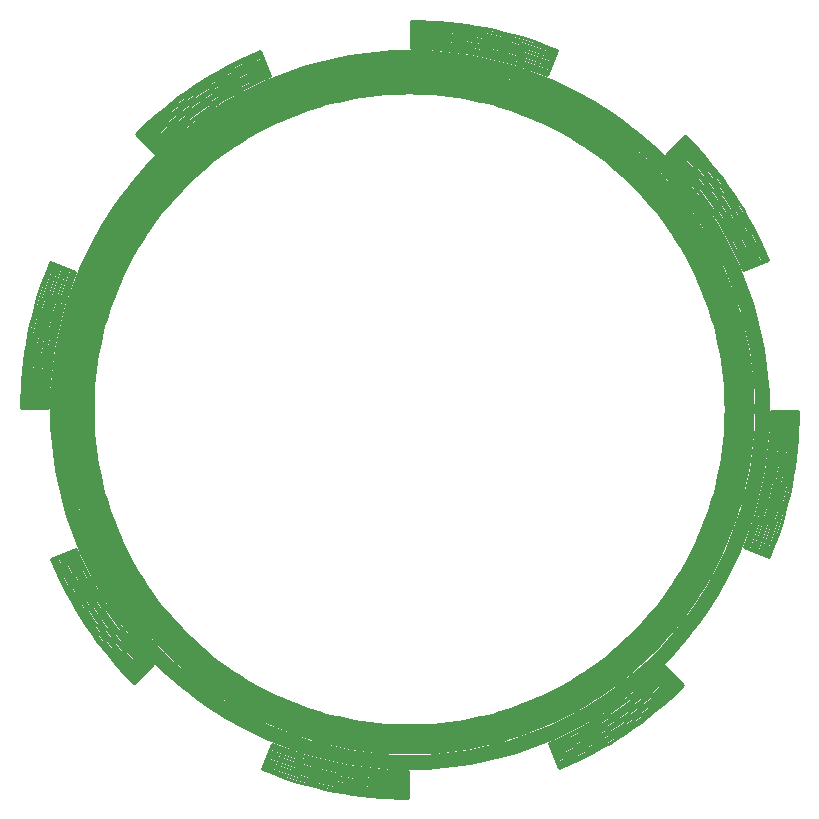
<source format=gtl>
G75*
%MOIN*%
%OFA0B0*%
%FSLAX25Y25*%
%IPPOS*%
%LPD*%
%AMOC8*
5,1,8,0,0,1.08239X$1,22.5*
%
%ADD10C,0.10000*%
%ADD11C,0.05000*%
%ADD12C,0.01000*%
D10*
X0076250Y0186250D02*
X0076283Y0188950D01*
X0076382Y0191647D01*
X0076548Y0194342D01*
X0076780Y0197032D01*
X0077077Y0199715D01*
X0077441Y0202390D01*
X0077869Y0205056D01*
X0078364Y0207710D01*
X0078923Y0210351D01*
X0079547Y0212978D01*
X0080235Y0215588D01*
X0080987Y0218181D01*
X0081802Y0220755D01*
X0082680Y0223308D01*
X0083621Y0225838D01*
X0084623Y0228345D01*
X0085687Y0230827D01*
X0086811Y0233281D01*
X0087995Y0235707D01*
X0089239Y0238104D01*
X0090540Y0240469D01*
X0091900Y0242801D01*
X0093316Y0245100D01*
X0094788Y0247363D01*
X0096316Y0249589D01*
X0097897Y0251777D01*
X0099532Y0253925D01*
X0101219Y0256033D01*
X0102957Y0258099D01*
X0104745Y0260121D01*
X0106583Y0262099D01*
X0108468Y0264032D01*
X0110401Y0265917D01*
X0112379Y0267755D01*
X0114401Y0269543D01*
X0116467Y0271281D01*
X0118575Y0272968D01*
X0120723Y0274603D01*
X0122911Y0276184D01*
X0125137Y0277712D01*
X0127400Y0279184D01*
X0129699Y0280600D01*
X0132031Y0281960D01*
X0134396Y0283261D01*
X0136793Y0284505D01*
X0139219Y0285689D01*
X0141673Y0286813D01*
X0144155Y0287877D01*
X0146662Y0288879D01*
X0149192Y0289820D01*
X0151745Y0290698D01*
X0154319Y0291513D01*
X0156912Y0292265D01*
X0159522Y0292953D01*
X0162149Y0293577D01*
X0164790Y0294136D01*
X0167444Y0294631D01*
X0170110Y0295059D01*
X0172785Y0295423D01*
X0175468Y0295720D01*
X0178158Y0295952D01*
X0180853Y0296118D01*
X0183550Y0296217D01*
X0186250Y0296250D01*
X0188950Y0296217D01*
X0191647Y0296118D01*
X0194342Y0295952D01*
X0197032Y0295720D01*
X0199715Y0295423D01*
X0202390Y0295059D01*
X0205056Y0294631D01*
X0207710Y0294136D01*
X0210351Y0293577D01*
X0212978Y0292953D01*
X0215588Y0292265D01*
X0218181Y0291513D01*
X0220755Y0290698D01*
X0223308Y0289820D01*
X0225838Y0288879D01*
X0228345Y0287877D01*
X0230827Y0286813D01*
X0233281Y0285689D01*
X0235707Y0284505D01*
X0238104Y0283261D01*
X0240469Y0281960D01*
X0242801Y0280600D01*
X0245100Y0279184D01*
X0247363Y0277712D01*
X0249589Y0276184D01*
X0251777Y0274603D01*
X0253925Y0272968D01*
X0256033Y0271281D01*
X0258099Y0269543D01*
X0260121Y0267755D01*
X0262099Y0265917D01*
X0264032Y0264032D01*
X0265917Y0262099D01*
X0267755Y0260121D01*
X0269543Y0258099D01*
X0271281Y0256033D01*
X0272968Y0253925D01*
X0274603Y0251777D01*
X0276184Y0249589D01*
X0277712Y0247363D01*
X0279184Y0245100D01*
X0280600Y0242801D01*
X0281960Y0240469D01*
X0283261Y0238104D01*
X0284505Y0235707D01*
X0285689Y0233281D01*
X0286813Y0230827D01*
X0287877Y0228345D01*
X0288879Y0225838D01*
X0289820Y0223308D01*
X0290698Y0220755D01*
X0291513Y0218181D01*
X0292265Y0215588D01*
X0292953Y0212978D01*
X0293577Y0210351D01*
X0294136Y0207710D01*
X0294631Y0205056D01*
X0295059Y0202390D01*
X0295423Y0199715D01*
X0295720Y0197032D01*
X0295952Y0194342D01*
X0296118Y0191647D01*
X0296217Y0188950D01*
X0296250Y0186250D01*
X0296217Y0183550D01*
X0296118Y0180853D01*
X0295952Y0178158D01*
X0295720Y0175468D01*
X0295423Y0172785D01*
X0295059Y0170110D01*
X0294631Y0167444D01*
X0294136Y0164790D01*
X0293577Y0162149D01*
X0292953Y0159522D01*
X0292265Y0156912D01*
X0291513Y0154319D01*
X0290698Y0151745D01*
X0289820Y0149192D01*
X0288879Y0146662D01*
X0287877Y0144155D01*
X0286813Y0141673D01*
X0285689Y0139219D01*
X0284505Y0136793D01*
X0283261Y0134396D01*
X0281960Y0132031D01*
X0280600Y0129699D01*
X0279184Y0127400D01*
X0277712Y0125137D01*
X0276184Y0122911D01*
X0274603Y0120723D01*
X0272968Y0118575D01*
X0271281Y0116467D01*
X0269543Y0114401D01*
X0267755Y0112379D01*
X0265917Y0110401D01*
X0264032Y0108468D01*
X0262099Y0106583D01*
X0260121Y0104745D01*
X0258099Y0102957D01*
X0256033Y0101219D01*
X0253925Y0099532D01*
X0251777Y0097897D01*
X0249589Y0096316D01*
X0247363Y0094788D01*
X0245100Y0093316D01*
X0242801Y0091900D01*
X0240469Y0090540D01*
X0238104Y0089239D01*
X0235707Y0087995D01*
X0233281Y0086811D01*
X0230827Y0085687D01*
X0228345Y0084623D01*
X0225838Y0083621D01*
X0223308Y0082680D01*
X0220755Y0081802D01*
X0218181Y0080987D01*
X0215588Y0080235D01*
X0212978Y0079547D01*
X0210351Y0078923D01*
X0207710Y0078364D01*
X0205056Y0077869D01*
X0202390Y0077441D01*
X0199715Y0077077D01*
X0197032Y0076780D01*
X0194342Y0076548D01*
X0191647Y0076382D01*
X0188950Y0076283D01*
X0186250Y0076250D01*
X0183550Y0076283D01*
X0180853Y0076382D01*
X0178158Y0076548D01*
X0175468Y0076780D01*
X0172785Y0077077D01*
X0170110Y0077441D01*
X0167444Y0077869D01*
X0164790Y0078364D01*
X0162149Y0078923D01*
X0159522Y0079547D01*
X0156912Y0080235D01*
X0154319Y0080987D01*
X0151745Y0081802D01*
X0149192Y0082680D01*
X0146662Y0083621D01*
X0144155Y0084623D01*
X0141673Y0085687D01*
X0139219Y0086811D01*
X0136793Y0087995D01*
X0134396Y0089239D01*
X0132031Y0090540D01*
X0129699Y0091900D01*
X0127400Y0093316D01*
X0125137Y0094788D01*
X0122911Y0096316D01*
X0120723Y0097897D01*
X0118575Y0099532D01*
X0116467Y0101219D01*
X0114401Y0102957D01*
X0112379Y0104745D01*
X0110401Y0106583D01*
X0108468Y0108468D01*
X0106583Y0110401D01*
X0104745Y0112379D01*
X0102957Y0114401D01*
X0101219Y0116467D01*
X0099532Y0118575D01*
X0097897Y0120723D01*
X0096316Y0122911D01*
X0094788Y0125137D01*
X0093316Y0127400D01*
X0091900Y0129699D01*
X0090540Y0132031D01*
X0089239Y0134396D01*
X0087995Y0136793D01*
X0086811Y0139219D01*
X0085687Y0141673D01*
X0084623Y0144155D01*
X0083621Y0146662D01*
X0082680Y0149192D01*
X0081802Y0151745D01*
X0080987Y0154319D01*
X0080235Y0156912D01*
X0079547Y0159522D01*
X0078923Y0162149D01*
X0078364Y0164790D01*
X0077869Y0167444D01*
X0077441Y0170110D01*
X0077077Y0172785D01*
X0076780Y0175468D01*
X0076548Y0178158D01*
X0076382Y0180853D01*
X0076283Y0183550D01*
X0076250Y0186250D01*
D11*
X0068750Y0186250D02*
X0068785Y0189134D01*
X0068892Y0192015D01*
X0069068Y0194894D01*
X0069316Y0197767D01*
X0069634Y0200633D01*
X0070022Y0203491D01*
X0070480Y0206338D01*
X0071008Y0209173D01*
X0071605Y0211994D01*
X0072271Y0214800D01*
X0073006Y0217589D01*
X0073810Y0220358D01*
X0074680Y0223108D01*
X0075619Y0225835D01*
X0076623Y0228538D01*
X0077694Y0231215D01*
X0078830Y0233866D01*
X0080031Y0236488D01*
X0081296Y0239079D01*
X0082624Y0241639D01*
X0084015Y0244166D01*
X0085467Y0246657D01*
X0086980Y0249112D01*
X0088552Y0251530D01*
X0090184Y0253907D01*
X0091873Y0256245D01*
X0093619Y0258540D01*
X0095421Y0260791D01*
X0097278Y0262998D01*
X0099188Y0265158D01*
X0101151Y0267271D01*
X0103165Y0269335D01*
X0105229Y0271349D01*
X0107342Y0273312D01*
X0109502Y0275222D01*
X0111709Y0277079D01*
X0113960Y0278881D01*
X0116255Y0280627D01*
X0118593Y0282316D01*
X0120970Y0283948D01*
X0123388Y0285520D01*
X0125843Y0287033D01*
X0128334Y0288485D01*
X0130861Y0289876D01*
X0133421Y0291204D01*
X0136012Y0292469D01*
X0138634Y0293670D01*
X0141285Y0294806D01*
X0143962Y0295877D01*
X0146665Y0296881D01*
X0149392Y0297820D01*
X0152142Y0298690D01*
X0154911Y0299494D01*
X0157700Y0300229D01*
X0160506Y0300895D01*
X0163327Y0301492D01*
X0166162Y0302020D01*
X0169009Y0302478D01*
X0171867Y0302866D01*
X0174733Y0303184D01*
X0177606Y0303432D01*
X0180485Y0303608D01*
X0183366Y0303715D01*
X0186250Y0303750D01*
X0189134Y0303715D01*
X0192015Y0303608D01*
X0194894Y0303432D01*
X0197767Y0303184D01*
X0200633Y0302866D01*
X0203491Y0302478D01*
X0206338Y0302020D01*
X0209173Y0301492D01*
X0211994Y0300895D01*
X0214800Y0300229D01*
X0217589Y0299494D01*
X0220358Y0298690D01*
X0223108Y0297820D01*
X0225835Y0296881D01*
X0228538Y0295877D01*
X0231215Y0294806D01*
X0233866Y0293670D01*
X0236488Y0292469D01*
X0239079Y0291204D01*
X0241639Y0289876D01*
X0244166Y0288485D01*
X0246657Y0287033D01*
X0249112Y0285520D01*
X0251530Y0283948D01*
X0253907Y0282316D01*
X0256245Y0280627D01*
X0258540Y0278881D01*
X0260791Y0277079D01*
X0262998Y0275222D01*
X0265158Y0273312D01*
X0267271Y0271349D01*
X0269335Y0269335D01*
X0271349Y0267271D01*
X0273312Y0265158D01*
X0275222Y0262998D01*
X0277079Y0260791D01*
X0278881Y0258540D01*
X0280627Y0256245D01*
X0282316Y0253907D01*
X0283948Y0251530D01*
X0285520Y0249112D01*
X0287033Y0246657D01*
X0288485Y0244166D01*
X0289876Y0241639D01*
X0291204Y0239079D01*
X0292469Y0236488D01*
X0293670Y0233866D01*
X0294806Y0231215D01*
X0295877Y0228538D01*
X0296881Y0225835D01*
X0297820Y0223108D01*
X0298690Y0220358D01*
X0299494Y0217589D01*
X0300229Y0214800D01*
X0300895Y0211994D01*
X0301492Y0209173D01*
X0302020Y0206338D01*
X0302478Y0203491D01*
X0302866Y0200633D01*
X0303184Y0197767D01*
X0303432Y0194894D01*
X0303608Y0192015D01*
X0303715Y0189134D01*
X0303750Y0186250D01*
X0303715Y0183366D01*
X0303608Y0180485D01*
X0303432Y0177606D01*
X0303184Y0174733D01*
X0302866Y0171867D01*
X0302478Y0169009D01*
X0302020Y0166162D01*
X0301492Y0163327D01*
X0300895Y0160506D01*
X0300229Y0157700D01*
X0299494Y0154911D01*
X0298690Y0152142D01*
X0297820Y0149392D01*
X0296881Y0146665D01*
X0295877Y0143962D01*
X0294806Y0141285D01*
X0293670Y0138634D01*
X0292469Y0136012D01*
X0291204Y0133421D01*
X0289876Y0130861D01*
X0288485Y0128334D01*
X0287033Y0125843D01*
X0285520Y0123388D01*
X0283948Y0120970D01*
X0282316Y0118593D01*
X0280627Y0116255D01*
X0278881Y0113960D01*
X0277079Y0111709D01*
X0275222Y0109502D01*
X0273312Y0107342D01*
X0271349Y0105229D01*
X0269335Y0103165D01*
X0267271Y0101151D01*
X0265158Y0099188D01*
X0262998Y0097278D01*
X0260791Y0095421D01*
X0258540Y0093619D01*
X0256245Y0091873D01*
X0253907Y0090184D01*
X0251530Y0088552D01*
X0249112Y0086980D01*
X0246657Y0085467D01*
X0244166Y0084015D01*
X0241639Y0082624D01*
X0239079Y0081296D01*
X0236488Y0080031D01*
X0233866Y0078830D01*
X0231215Y0077694D01*
X0228538Y0076623D01*
X0225835Y0075619D01*
X0223108Y0074680D01*
X0220358Y0073810D01*
X0217589Y0073006D01*
X0214800Y0072271D01*
X0211994Y0071605D01*
X0209173Y0071008D01*
X0206338Y0070480D01*
X0203491Y0070022D01*
X0200633Y0069634D01*
X0197767Y0069316D01*
X0194894Y0069068D01*
X0192015Y0068892D01*
X0189134Y0068785D01*
X0186250Y0068750D01*
X0183366Y0068785D01*
X0180485Y0068892D01*
X0177606Y0069068D01*
X0174733Y0069316D01*
X0171867Y0069634D01*
X0169009Y0070022D01*
X0166162Y0070480D01*
X0163327Y0071008D01*
X0160506Y0071605D01*
X0157700Y0072271D01*
X0154911Y0073006D01*
X0152142Y0073810D01*
X0149392Y0074680D01*
X0146665Y0075619D01*
X0143962Y0076623D01*
X0141285Y0077694D01*
X0138634Y0078830D01*
X0136012Y0080031D01*
X0133421Y0081296D01*
X0130861Y0082624D01*
X0128334Y0084015D01*
X0125843Y0085467D01*
X0123388Y0086980D01*
X0120970Y0088552D01*
X0118593Y0090184D01*
X0116255Y0091873D01*
X0113960Y0093619D01*
X0111709Y0095421D01*
X0109502Y0097278D01*
X0107342Y0099188D01*
X0105229Y0101151D01*
X0103165Y0103165D01*
X0101151Y0105229D01*
X0099188Y0107342D01*
X0097278Y0109502D01*
X0095421Y0111709D01*
X0093619Y0113960D01*
X0091873Y0116255D01*
X0090184Y0118593D01*
X0088552Y0120970D01*
X0086980Y0123388D01*
X0085467Y0125843D01*
X0084015Y0128334D01*
X0082624Y0130861D01*
X0081296Y0133421D01*
X0080031Y0136012D01*
X0078830Y0138634D01*
X0077694Y0141285D01*
X0076623Y0143962D01*
X0075619Y0146665D01*
X0074680Y0149392D01*
X0073810Y0152142D01*
X0073006Y0154911D01*
X0072271Y0157700D01*
X0071605Y0160506D01*
X0071008Y0163327D01*
X0070480Y0166162D01*
X0070022Y0169009D01*
X0069634Y0171867D01*
X0069316Y0174733D01*
X0069068Y0177606D01*
X0068892Y0180485D01*
X0068785Y0183366D01*
X0068750Y0186250D01*
D12*
X0236235Y0066745D02*
X0232788Y0075059D01*
X0232789Y0075058D02*
X0235448Y0076212D01*
X0238079Y0077429D01*
X0240679Y0078709D01*
X0243249Y0080051D01*
X0245785Y0081454D01*
X0248287Y0082918D01*
X0250752Y0084442D01*
X0253181Y0086025D01*
X0255571Y0087665D01*
X0257920Y0089363D01*
X0260228Y0091117D01*
X0262493Y0092925D01*
X0264714Y0094788D01*
X0266890Y0096703D01*
X0269019Y0098670D01*
X0271100Y0100688D01*
X0277468Y0094330D01*
X0277469Y0094329D01*
X0275230Y0092157D01*
X0272939Y0090039D01*
X0270598Y0087977D01*
X0268208Y0085972D01*
X0265770Y0084025D01*
X0263286Y0082137D01*
X0260757Y0080310D01*
X0258185Y0078544D01*
X0255572Y0076841D01*
X0252918Y0075201D01*
X0250225Y0073625D01*
X0247495Y0072115D01*
X0244729Y0070671D01*
X0241930Y0069294D01*
X0239098Y0067985D01*
X0236236Y0066745D01*
X0235872Y0067621D01*
X0238713Y0068853D01*
X0241524Y0070152D01*
X0244302Y0071519D01*
X0247047Y0072952D01*
X0249757Y0074451D01*
X0252429Y0076015D01*
X0255063Y0077642D01*
X0257658Y0079333D01*
X0260210Y0081086D01*
X0262720Y0082899D01*
X0265185Y0084773D01*
X0267605Y0086705D01*
X0269977Y0088695D01*
X0272301Y0090742D01*
X0274575Y0092844D01*
X0276797Y0095000D01*
X0276126Y0095670D01*
X0273920Y0093530D01*
X0271663Y0091444D01*
X0269357Y0089413D01*
X0267003Y0087438D01*
X0264601Y0085520D01*
X0262154Y0083661D01*
X0259663Y0081861D01*
X0257130Y0080122D01*
X0254555Y0078444D01*
X0251941Y0076828D01*
X0249288Y0075276D01*
X0246599Y0073789D01*
X0243875Y0072366D01*
X0241118Y0071010D01*
X0238328Y0069720D01*
X0235509Y0068498D01*
X0235145Y0069374D01*
X0237943Y0070587D01*
X0240712Y0071867D01*
X0243448Y0073214D01*
X0246152Y0074625D01*
X0248820Y0076102D01*
X0251453Y0077642D01*
X0254047Y0079245D01*
X0256602Y0080911D01*
X0259117Y0082637D01*
X0261589Y0084423D01*
X0264017Y0086268D01*
X0266400Y0088171D01*
X0268737Y0090131D01*
X0271025Y0092147D01*
X0273265Y0094217D01*
X0275454Y0096341D01*
X0274783Y0097011D01*
X0272610Y0094904D01*
X0270388Y0092850D01*
X0268116Y0090850D01*
X0265797Y0088905D01*
X0263432Y0087016D01*
X0261023Y0085185D01*
X0258570Y0083412D01*
X0256075Y0081699D01*
X0253539Y0080047D01*
X0250964Y0078456D01*
X0248352Y0076927D01*
X0245704Y0075462D01*
X0243021Y0074061D01*
X0240306Y0072725D01*
X0237559Y0071455D01*
X0234782Y0070251D01*
X0234418Y0071128D01*
X0237174Y0072322D01*
X0239899Y0073583D01*
X0242594Y0074909D01*
X0245256Y0076299D01*
X0247884Y0077753D01*
X0250476Y0079270D01*
X0253031Y0080848D01*
X0255547Y0082488D01*
X0258023Y0084188D01*
X0260457Y0085947D01*
X0262848Y0087764D01*
X0265195Y0089638D01*
X0267496Y0091568D01*
X0269750Y0093552D01*
X0271955Y0095591D01*
X0274111Y0097682D01*
X0273439Y0098352D01*
X0271300Y0096278D01*
X0269112Y0094255D01*
X0266876Y0092286D01*
X0264592Y0090371D01*
X0262264Y0088512D01*
X0259891Y0086709D01*
X0257476Y0084963D01*
X0255019Y0083277D01*
X0252523Y0081650D01*
X0249988Y0080083D01*
X0247416Y0078578D01*
X0244808Y0077136D01*
X0242167Y0075756D01*
X0239493Y0074441D01*
X0236789Y0073190D01*
X0234055Y0072004D01*
X0233691Y0072881D01*
X0236404Y0074057D01*
X0239087Y0075298D01*
X0241740Y0076604D01*
X0244361Y0077972D01*
X0246948Y0079404D01*
X0249499Y0080897D01*
X0252015Y0082451D01*
X0254492Y0084066D01*
X0256929Y0085739D01*
X0259325Y0087471D01*
X0261679Y0089259D01*
X0263990Y0091104D01*
X0266255Y0093004D01*
X0268474Y0094958D01*
X0270645Y0096965D01*
X0272768Y0099023D01*
X0272096Y0099693D01*
X0269991Y0097651D01*
X0267836Y0095661D01*
X0265635Y0093722D01*
X0263387Y0091837D01*
X0261095Y0090007D01*
X0258760Y0088232D01*
X0256382Y0086515D01*
X0253964Y0084854D01*
X0251506Y0083253D01*
X0249011Y0081711D01*
X0246480Y0080229D01*
X0243913Y0078809D01*
X0241313Y0077451D01*
X0238681Y0076156D01*
X0236019Y0074925D01*
X0233328Y0073758D01*
X0232964Y0074634D01*
X0235634Y0075792D01*
X0238275Y0077014D01*
X0240886Y0078299D01*
X0243465Y0079646D01*
X0246011Y0081055D01*
X0248523Y0082525D01*
X0250998Y0084054D01*
X0253436Y0085643D01*
X0255835Y0087290D01*
X0258194Y0088994D01*
X0260511Y0090755D01*
X0262785Y0092571D01*
X0265014Y0094440D01*
X0267199Y0096363D01*
X0269336Y0098338D01*
X0271425Y0100364D01*
X0305755Y0236235D02*
X0297441Y0232788D01*
X0297442Y0232789D02*
X0296288Y0235448D01*
X0295071Y0238079D01*
X0293791Y0240679D01*
X0292449Y0243249D01*
X0291046Y0245785D01*
X0289582Y0248287D01*
X0288058Y0250752D01*
X0286475Y0253181D01*
X0284835Y0255571D01*
X0283137Y0257920D01*
X0281383Y0260228D01*
X0279575Y0262493D01*
X0277712Y0264714D01*
X0275797Y0266890D01*
X0273830Y0269019D01*
X0271812Y0271100D01*
X0278170Y0277468D01*
X0278171Y0277469D01*
X0280343Y0275230D01*
X0282461Y0272939D01*
X0284523Y0270598D01*
X0286528Y0268208D01*
X0288475Y0265770D01*
X0290363Y0263286D01*
X0292190Y0260757D01*
X0293956Y0258185D01*
X0295659Y0255572D01*
X0297299Y0252918D01*
X0298875Y0250225D01*
X0300385Y0247495D01*
X0301829Y0244729D01*
X0303206Y0241930D01*
X0304515Y0239098D01*
X0305755Y0236236D01*
X0304879Y0235872D01*
X0303647Y0238713D01*
X0302348Y0241524D01*
X0300981Y0244302D01*
X0299548Y0247047D01*
X0298049Y0249757D01*
X0296485Y0252429D01*
X0294858Y0255063D01*
X0293167Y0257658D01*
X0291414Y0260210D01*
X0289601Y0262720D01*
X0287727Y0265185D01*
X0285795Y0267605D01*
X0283805Y0269977D01*
X0281758Y0272301D01*
X0279656Y0274575D01*
X0277500Y0276797D01*
X0276830Y0276126D01*
X0278970Y0273920D01*
X0281056Y0271663D01*
X0283087Y0269357D01*
X0285062Y0267003D01*
X0286980Y0264601D01*
X0288839Y0262154D01*
X0290639Y0259663D01*
X0292378Y0257130D01*
X0294056Y0254555D01*
X0295672Y0251941D01*
X0297224Y0249288D01*
X0298711Y0246599D01*
X0300134Y0243875D01*
X0301490Y0241118D01*
X0302780Y0238328D01*
X0304002Y0235509D01*
X0303126Y0235145D01*
X0301913Y0237943D01*
X0300633Y0240712D01*
X0299286Y0243448D01*
X0297875Y0246152D01*
X0296398Y0248820D01*
X0294858Y0251453D01*
X0293255Y0254047D01*
X0291589Y0256602D01*
X0289863Y0259117D01*
X0288077Y0261589D01*
X0286232Y0264017D01*
X0284329Y0266400D01*
X0282369Y0268737D01*
X0280353Y0271025D01*
X0278283Y0273265D01*
X0276159Y0275454D01*
X0275489Y0274783D01*
X0277596Y0272610D01*
X0279650Y0270388D01*
X0281650Y0268116D01*
X0283595Y0265797D01*
X0285484Y0263432D01*
X0287315Y0261023D01*
X0289088Y0258570D01*
X0290801Y0256075D01*
X0292453Y0253539D01*
X0294044Y0250964D01*
X0295573Y0248352D01*
X0297038Y0245704D01*
X0298439Y0243021D01*
X0299775Y0240306D01*
X0301045Y0237559D01*
X0302249Y0234782D01*
X0301372Y0234418D01*
X0300178Y0237174D01*
X0298917Y0239899D01*
X0297591Y0242594D01*
X0296201Y0245256D01*
X0294747Y0247884D01*
X0293230Y0250476D01*
X0291652Y0253031D01*
X0290012Y0255547D01*
X0288312Y0258023D01*
X0286553Y0260457D01*
X0284736Y0262848D01*
X0282862Y0265195D01*
X0280932Y0267496D01*
X0278948Y0269750D01*
X0276909Y0271955D01*
X0274818Y0274111D01*
X0274148Y0273439D01*
X0276222Y0271300D01*
X0278245Y0269112D01*
X0280214Y0266876D01*
X0282129Y0264592D01*
X0283988Y0262264D01*
X0285791Y0259891D01*
X0287537Y0257476D01*
X0289223Y0255019D01*
X0290850Y0252523D01*
X0292417Y0249988D01*
X0293922Y0247416D01*
X0295364Y0244808D01*
X0296744Y0242167D01*
X0298059Y0239493D01*
X0299310Y0236789D01*
X0300496Y0234055D01*
X0299619Y0233691D01*
X0298443Y0236404D01*
X0297202Y0239087D01*
X0295896Y0241740D01*
X0294528Y0244361D01*
X0293096Y0246948D01*
X0291603Y0249499D01*
X0290049Y0252015D01*
X0288434Y0254492D01*
X0286761Y0256929D01*
X0285029Y0259325D01*
X0283241Y0261679D01*
X0281396Y0263990D01*
X0279496Y0266255D01*
X0277542Y0268474D01*
X0275535Y0270645D01*
X0273477Y0272768D01*
X0272807Y0272096D01*
X0274849Y0269991D01*
X0276839Y0267836D01*
X0278778Y0265635D01*
X0280663Y0263387D01*
X0282493Y0261095D01*
X0284268Y0258760D01*
X0285985Y0256382D01*
X0287646Y0253964D01*
X0289247Y0251506D01*
X0290789Y0249011D01*
X0292271Y0246480D01*
X0293691Y0243913D01*
X0295049Y0241313D01*
X0296344Y0238681D01*
X0297575Y0236019D01*
X0298742Y0233328D01*
X0297866Y0232964D01*
X0296708Y0235634D01*
X0295486Y0238275D01*
X0294201Y0240886D01*
X0292854Y0243465D01*
X0291445Y0246011D01*
X0289975Y0248523D01*
X0288446Y0250998D01*
X0286857Y0253436D01*
X0285210Y0255835D01*
X0283506Y0258194D01*
X0281745Y0260511D01*
X0279929Y0262785D01*
X0278060Y0265014D01*
X0276137Y0267199D01*
X0274162Y0269336D01*
X0272136Y0271425D01*
X0136265Y0305755D02*
X0139712Y0297441D01*
X0139711Y0297442D02*
X0137052Y0296288D01*
X0134421Y0295071D01*
X0131821Y0293791D01*
X0129251Y0292449D01*
X0126715Y0291046D01*
X0124213Y0289582D01*
X0121748Y0288058D01*
X0119319Y0286475D01*
X0116929Y0284835D01*
X0114580Y0283137D01*
X0112272Y0281383D01*
X0110007Y0279575D01*
X0107786Y0277712D01*
X0105610Y0275797D01*
X0103481Y0273830D01*
X0101400Y0271812D01*
X0095032Y0278170D01*
X0095031Y0278171D01*
X0097270Y0280343D01*
X0099561Y0282461D01*
X0101902Y0284523D01*
X0104292Y0286528D01*
X0106730Y0288475D01*
X0109214Y0290363D01*
X0111743Y0292190D01*
X0114315Y0293956D01*
X0116928Y0295659D01*
X0119582Y0297299D01*
X0122275Y0298875D01*
X0125005Y0300385D01*
X0127771Y0301829D01*
X0130570Y0303206D01*
X0133402Y0304515D01*
X0136264Y0305755D01*
X0136628Y0304879D01*
X0133787Y0303647D01*
X0130976Y0302348D01*
X0128198Y0300981D01*
X0125453Y0299548D01*
X0122743Y0298049D01*
X0120071Y0296485D01*
X0117437Y0294858D01*
X0114842Y0293167D01*
X0112290Y0291414D01*
X0109780Y0289601D01*
X0107315Y0287727D01*
X0104895Y0285795D01*
X0102523Y0283805D01*
X0100199Y0281758D01*
X0097925Y0279656D01*
X0095703Y0277500D01*
X0096374Y0276830D01*
X0098580Y0278970D01*
X0100837Y0281056D01*
X0103143Y0283087D01*
X0105497Y0285062D01*
X0107899Y0286980D01*
X0110346Y0288839D01*
X0112837Y0290639D01*
X0115370Y0292378D01*
X0117945Y0294056D01*
X0120559Y0295672D01*
X0123212Y0297224D01*
X0125901Y0298711D01*
X0128625Y0300134D01*
X0131382Y0301490D01*
X0134172Y0302780D01*
X0136991Y0304002D01*
X0137355Y0303126D01*
X0134557Y0301913D01*
X0131788Y0300633D01*
X0129052Y0299286D01*
X0126348Y0297875D01*
X0123680Y0296398D01*
X0121047Y0294858D01*
X0118453Y0293255D01*
X0115898Y0291589D01*
X0113383Y0289863D01*
X0110911Y0288077D01*
X0108483Y0286232D01*
X0106100Y0284329D01*
X0103763Y0282369D01*
X0101475Y0280353D01*
X0099235Y0278283D01*
X0097046Y0276159D01*
X0097717Y0275489D01*
X0099890Y0277596D01*
X0102112Y0279650D01*
X0104384Y0281650D01*
X0106703Y0283595D01*
X0109068Y0285484D01*
X0111477Y0287315D01*
X0113930Y0289088D01*
X0116425Y0290801D01*
X0118961Y0292453D01*
X0121536Y0294044D01*
X0124148Y0295573D01*
X0126796Y0297038D01*
X0129479Y0298439D01*
X0132194Y0299775D01*
X0134941Y0301045D01*
X0137718Y0302249D01*
X0138082Y0301372D01*
X0135326Y0300178D01*
X0132601Y0298917D01*
X0129906Y0297591D01*
X0127244Y0296201D01*
X0124616Y0294747D01*
X0122024Y0293230D01*
X0119469Y0291652D01*
X0116953Y0290012D01*
X0114477Y0288312D01*
X0112043Y0286553D01*
X0109652Y0284736D01*
X0107305Y0282862D01*
X0105004Y0280932D01*
X0102750Y0278948D01*
X0100545Y0276909D01*
X0098389Y0274818D01*
X0099061Y0274148D01*
X0101200Y0276222D01*
X0103388Y0278245D01*
X0105624Y0280214D01*
X0107908Y0282129D01*
X0110236Y0283988D01*
X0112609Y0285791D01*
X0115024Y0287537D01*
X0117481Y0289223D01*
X0119977Y0290850D01*
X0122512Y0292417D01*
X0125084Y0293922D01*
X0127692Y0295364D01*
X0130333Y0296744D01*
X0133007Y0298059D01*
X0135711Y0299310D01*
X0138445Y0300496D01*
X0138809Y0299619D01*
X0136096Y0298443D01*
X0133413Y0297202D01*
X0130760Y0295896D01*
X0128139Y0294528D01*
X0125552Y0293096D01*
X0123001Y0291603D01*
X0120485Y0290049D01*
X0118008Y0288434D01*
X0115571Y0286761D01*
X0113175Y0285029D01*
X0110821Y0283241D01*
X0108510Y0281396D01*
X0106245Y0279496D01*
X0104026Y0277542D01*
X0101855Y0275535D01*
X0099732Y0273477D01*
X0100404Y0272807D01*
X0102509Y0274849D01*
X0104664Y0276839D01*
X0106865Y0278778D01*
X0109113Y0280663D01*
X0111405Y0282493D01*
X0113740Y0284268D01*
X0116118Y0285985D01*
X0118536Y0287646D01*
X0120994Y0289247D01*
X0123489Y0290789D01*
X0126020Y0292271D01*
X0128587Y0293691D01*
X0131187Y0295049D01*
X0133819Y0296344D01*
X0136481Y0297575D01*
X0139172Y0298742D01*
X0139536Y0297866D01*
X0136866Y0296708D01*
X0134225Y0295486D01*
X0131614Y0294201D01*
X0129035Y0292854D01*
X0126489Y0291445D01*
X0123977Y0289975D01*
X0121502Y0288446D01*
X0119064Y0286857D01*
X0116665Y0285210D01*
X0114306Y0283506D01*
X0111989Y0281745D01*
X0109715Y0279929D01*
X0107486Y0278060D01*
X0105301Y0276137D01*
X0103164Y0274162D01*
X0101075Y0272136D01*
X0066745Y0136265D02*
X0075059Y0139712D01*
X0075058Y0139711D02*
X0076212Y0137052D01*
X0077429Y0134421D01*
X0078709Y0131821D01*
X0080051Y0129251D01*
X0081454Y0126715D01*
X0082918Y0124213D01*
X0084442Y0121748D01*
X0086025Y0119319D01*
X0087665Y0116929D01*
X0089363Y0114580D01*
X0091117Y0112272D01*
X0092925Y0110007D01*
X0094788Y0107786D01*
X0096703Y0105610D01*
X0098670Y0103481D01*
X0100688Y0101400D01*
X0094330Y0095032D01*
X0094329Y0095031D01*
X0092157Y0097270D01*
X0090039Y0099561D01*
X0087977Y0101902D01*
X0085972Y0104292D01*
X0084025Y0106730D01*
X0082137Y0109214D01*
X0080310Y0111743D01*
X0078544Y0114315D01*
X0076841Y0116928D01*
X0075201Y0119582D01*
X0073625Y0122275D01*
X0072115Y0125005D01*
X0070671Y0127771D01*
X0069294Y0130570D01*
X0067985Y0133402D01*
X0066745Y0136264D01*
X0067621Y0136628D01*
X0068853Y0133787D01*
X0070152Y0130976D01*
X0071519Y0128198D01*
X0072952Y0125453D01*
X0074451Y0122743D01*
X0076015Y0120071D01*
X0077642Y0117437D01*
X0079333Y0114842D01*
X0081086Y0112290D01*
X0082899Y0109780D01*
X0084773Y0107315D01*
X0086705Y0104895D01*
X0088695Y0102523D01*
X0090742Y0100199D01*
X0092844Y0097925D01*
X0095000Y0095703D01*
X0095670Y0096374D01*
X0093530Y0098580D01*
X0091444Y0100837D01*
X0089413Y0103143D01*
X0087438Y0105497D01*
X0085520Y0107899D01*
X0083661Y0110346D01*
X0081861Y0112837D01*
X0080122Y0115370D01*
X0078444Y0117945D01*
X0076828Y0120559D01*
X0075276Y0123212D01*
X0073789Y0125901D01*
X0072366Y0128625D01*
X0071010Y0131382D01*
X0069720Y0134172D01*
X0068498Y0136991D01*
X0069374Y0137355D01*
X0070587Y0134557D01*
X0071867Y0131788D01*
X0073214Y0129052D01*
X0074625Y0126348D01*
X0076102Y0123680D01*
X0077642Y0121047D01*
X0079245Y0118453D01*
X0080911Y0115898D01*
X0082637Y0113383D01*
X0084423Y0110911D01*
X0086268Y0108483D01*
X0088171Y0106100D01*
X0090131Y0103763D01*
X0092147Y0101475D01*
X0094217Y0099235D01*
X0096341Y0097046D01*
X0097011Y0097717D01*
X0094904Y0099890D01*
X0092850Y0102112D01*
X0090850Y0104384D01*
X0088905Y0106703D01*
X0087016Y0109068D01*
X0085185Y0111477D01*
X0083412Y0113930D01*
X0081699Y0116425D01*
X0080047Y0118961D01*
X0078456Y0121536D01*
X0076927Y0124148D01*
X0075462Y0126796D01*
X0074061Y0129479D01*
X0072725Y0132194D01*
X0071455Y0134941D01*
X0070251Y0137718D01*
X0071128Y0138082D01*
X0072322Y0135326D01*
X0073583Y0132601D01*
X0074909Y0129906D01*
X0076299Y0127244D01*
X0077753Y0124616D01*
X0079270Y0122024D01*
X0080848Y0119469D01*
X0082488Y0116953D01*
X0084188Y0114477D01*
X0085947Y0112043D01*
X0087764Y0109652D01*
X0089638Y0107305D01*
X0091568Y0105004D01*
X0093552Y0102750D01*
X0095591Y0100545D01*
X0097682Y0098389D01*
X0098352Y0099061D01*
X0096278Y0101200D01*
X0094255Y0103388D01*
X0092286Y0105624D01*
X0090371Y0107908D01*
X0088512Y0110236D01*
X0086709Y0112609D01*
X0084963Y0115024D01*
X0083277Y0117481D01*
X0081650Y0119977D01*
X0080083Y0122512D01*
X0078578Y0125084D01*
X0077136Y0127692D01*
X0075756Y0130333D01*
X0074441Y0133007D01*
X0073190Y0135711D01*
X0072004Y0138445D01*
X0072881Y0138809D01*
X0074057Y0136096D01*
X0075298Y0133413D01*
X0076604Y0130760D01*
X0077972Y0128139D01*
X0079404Y0125552D01*
X0080897Y0123001D01*
X0082451Y0120485D01*
X0084066Y0118008D01*
X0085739Y0115571D01*
X0087471Y0113175D01*
X0089259Y0110821D01*
X0091104Y0108510D01*
X0093004Y0106245D01*
X0094958Y0104026D01*
X0096965Y0101855D01*
X0099023Y0099732D01*
X0099693Y0100404D01*
X0097651Y0102509D01*
X0095661Y0104664D01*
X0093722Y0106865D01*
X0091837Y0109113D01*
X0090007Y0111405D01*
X0088232Y0113740D01*
X0086515Y0116118D01*
X0084854Y0118536D01*
X0083253Y0120994D01*
X0081711Y0123489D01*
X0080229Y0126020D01*
X0078809Y0128587D01*
X0077451Y0131187D01*
X0076156Y0133819D01*
X0074925Y0136481D01*
X0073758Y0139172D01*
X0074634Y0139536D01*
X0075792Y0136866D01*
X0077014Y0134225D01*
X0078299Y0131614D01*
X0079646Y0129035D01*
X0081055Y0126489D01*
X0082525Y0123977D01*
X0084054Y0121502D01*
X0085643Y0119064D01*
X0087290Y0116665D01*
X0088994Y0114306D01*
X0090755Y0111989D01*
X0092571Y0109715D01*
X0094440Y0107486D01*
X0096363Y0105301D01*
X0098338Y0103164D01*
X0100364Y0101075D01*
X0306098Y0137092D02*
X0297782Y0140534D01*
X0297782Y0140533D02*
X0298847Y0143229D01*
X0299847Y0145950D01*
X0300781Y0148694D01*
X0301649Y0151460D01*
X0302450Y0154246D01*
X0303183Y0157050D01*
X0303849Y0159871D01*
X0304447Y0162707D01*
X0304977Y0165557D01*
X0305438Y0168419D01*
X0305830Y0171291D01*
X0306153Y0174171D01*
X0306406Y0177059D01*
X0306590Y0179952D01*
X0306705Y0182848D01*
X0306749Y0185747D01*
X0315749Y0185754D01*
X0315749Y0185753D01*
X0315702Y0182634D01*
X0315580Y0179517D01*
X0315383Y0176403D01*
X0315110Y0173295D01*
X0314763Y0170195D01*
X0314341Y0167104D01*
X0313845Y0164024D01*
X0313275Y0160956D01*
X0312632Y0157904D01*
X0311915Y0154867D01*
X0311125Y0151849D01*
X0310262Y0148851D01*
X0309328Y0145875D01*
X0308322Y0142921D01*
X0307245Y0139993D01*
X0306098Y0137092D01*
X0305221Y0137455D01*
X0306360Y0140334D01*
X0307428Y0143241D01*
X0308427Y0146172D01*
X0309354Y0149126D01*
X0310210Y0152102D01*
X0310994Y0155097D01*
X0311706Y0158111D01*
X0312345Y0161141D01*
X0312910Y0164185D01*
X0313403Y0167242D01*
X0313821Y0170310D01*
X0314166Y0173388D01*
X0314436Y0176472D01*
X0314632Y0179563D01*
X0314753Y0182657D01*
X0314800Y0185753D01*
X0313851Y0185752D01*
X0313805Y0182679D01*
X0313684Y0179608D01*
X0313490Y0176541D01*
X0313221Y0173480D01*
X0312879Y0170426D01*
X0312464Y0167381D01*
X0311975Y0164347D01*
X0311414Y0161326D01*
X0310780Y0158319D01*
X0310073Y0155328D01*
X0309295Y0152355D01*
X0308446Y0149401D01*
X0307525Y0146469D01*
X0306535Y0143560D01*
X0305474Y0140676D01*
X0304345Y0137818D01*
X0303468Y0138180D01*
X0304589Y0141017D01*
X0305641Y0143879D01*
X0306624Y0146766D01*
X0307537Y0149676D01*
X0308380Y0152607D01*
X0309153Y0155558D01*
X0309854Y0158526D01*
X0310483Y0161510D01*
X0311040Y0164509D01*
X0311525Y0167520D01*
X0311937Y0170542D01*
X0312277Y0173572D01*
X0312543Y0176611D01*
X0312736Y0179654D01*
X0312856Y0182702D01*
X0312902Y0185751D01*
X0311953Y0185751D01*
X0311907Y0182724D01*
X0311788Y0179700D01*
X0311597Y0176680D01*
X0311332Y0173665D01*
X0310995Y0170657D01*
X0310586Y0167658D01*
X0310105Y0164670D01*
X0309552Y0161695D01*
X0308928Y0158733D01*
X0308232Y0155788D01*
X0307466Y0152860D01*
X0306629Y0149951D01*
X0305723Y0147064D01*
X0304747Y0144199D01*
X0303703Y0141358D01*
X0302591Y0138543D01*
X0301714Y0138906D01*
X0302818Y0141699D01*
X0303854Y0144518D01*
X0304822Y0147361D01*
X0305721Y0150226D01*
X0306551Y0153113D01*
X0307311Y0156018D01*
X0308001Y0158941D01*
X0308621Y0161879D01*
X0309170Y0164832D01*
X0309647Y0167797D01*
X0310053Y0170773D01*
X0310388Y0173757D01*
X0310650Y0176749D01*
X0310840Y0179746D01*
X0310959Y0182747D01*
X0311004Y0185750D01*
X0310055Y0185749D01*
X0310010Y0182770D01*
X0309893Y0179792D01*
X0309704Y0176818D01*
X0309443Y0173850D01*
X0309111Y0170888D01*
X0308709Y0167936D01*
X0308235Y0164994D01*
X0307690Y0162064D01*
X0307075Y0159148D01*
X0306391Y0156248D01*
X0305636Y0153365D01*
X0304813Y0150501D01*
X0303920Y0147658D01*
X0302960Y0144837D01*
X0301932Y0142040D01*
X0300837Y0139269D01*
X0299960Y0139632D01*
X0301046Y0142382D01*
X0302066Y0145157D01*
X0303019Y0147956D01*
X0303904Y0150777D01*
X0304721Y0153618D01*
X0305470Y0156478D01*
X0306149Y0159356D01*
X0306759Y0162249D01*
X0307300Y0165155D01*
X0307770Y0168074D01*
X0308170Y0171004D01*
X0308499Y0173942D01*
X0308757Y0176887D01*
X0308945Y0179838D01*
X0309061Y0182792D01*
X0309106Y0185748D01*
X0308157Y0185748D01*
X0308112Y0182815D01*
X0307997Y0179884D01*
X0307811Y0176956D01*
X0307554Y0174034D01*
X0307228Y0171119D01*
X0306831Y0168213D01*
X0306365Y0165317D01*
X0305829Y0162433D01*
X0305223Y0159563D01*
X0304549Y0156708D01*
X0303807Y0153871D01*
X0302996Y0151052D01*
X0302118Y0148253D01*
X0301173Y0145476D01*
X0300161Y0142723D01*
X0299083Y0139995D01*
X0298206Y0140358D01*
X0299275Y0143064D01*
X0300279Y0145795D01*
X0301217Y0148550D01*
X0302088Y0151327D01*
X0302892Y0154123D01*
X0303629Y0156938D01*
X0304297Y0159771D01*
X0304898Y0162618D01*
X0305429Y0165479D01*
X0305892Y0168352D01*
X0306286Y0171235D01*
X0306610Y0174127D01*
X0306864Y0177026D01*
X0307049Y0179930D01*
X0307164Y0182837D01*
X0307208Y0185747D01*
X0235408Y0306098D02*
X0231966Y0297782D01*
X0231967Y0297782D02*
X0229271Y0298847D01*
X0226550Y0299847D01*
X0223806Y0300781D01*
X0221040Y0301649D01*
X0218254Y0302450D01*
X0215450Y0303183D01*
X0212629Y0303849D01*
X0209793Y0304447D01*
X0206943Y0304977D01*
X0204081Y0305438D01*
X0201209Y0305830D01*
X0198329Y0306153D01*
X0195441Y0306406D01*
X0192548Y0306590D01*
X0189652Y0306705D01*
X0186753Y0306749D01*
X0186746Y0315749D01*
X0186747Y0315749D01*
X0189866Y0315702D01*
X0192983Y0315580D01*
X0196097Y0315383D01*
X0199205Y0315110D01*
X0202305Y0314763D01*
X0205396Y0314341D01*
X0208476Y0313845D01*
X0211544Y0313275D01*
X0214596Y0312632D01*
X0217633Y0311915D01*
X0220651Y0311125D01*
X0223649Y0310262D01*
X0226625Y0309328D01*
X0229579Y0308322D01*
X0232507Y0307245D01*
X0235408Y0306098D01*
X0235045Y0305221D01*
X0232166Y0306360D01*
X0229259Y0307428D01*
X0226328Y0308427D01*
X0223374Y0309354D01*
X0220398Y0310210D01*
X0217403Y0310994D01*
X0214389Y0311706D01*
X0211359Y0312345D01*
X0208315Y0312910D01*
X0205258Y0313403D01*
X0202190Y0313821D01*
X0199112Y0314166D01*
X0196028Y0314436D01*
X0192937Y0314632D01*
X0189843Y0314753D01*
X0186747Y0314800D01*
X0186748Y0313851D01*
X0189821Y0313805D01*
X0192892Y0313684D01*
X0195959Y0313490D01*
X0199020Y0313221D01*
X0202074Y0312879D01*
X0205119Y0312464D01*
X0208153Y0311975D01*
X0211174Y0311414D01*
X0214181Y0310780D01*
X0217172Y0310073D01*
X0220145Y0309295D01*
X0223099Y0308446D01*
X0226031Y0307525D01*
X0228940Y0306535D01*
X0231824Y0305474D01*
X0234682Y0304345D01*
X0234320Y0303468D01*
X0231483Y0304589D01*
X0228621Y0305641D01*
X0225734Y0306624D01*
X0222824Y0307537D01*
X0219893Y0308380D01*
X0216942Y0309153D01*
X0213974Y0309854D01*
X0210990Y0310483D01*
X0207991Y0311040D01*
X0204980Y0311525D01*
X0201958Y0311937D01*
X0198928Y0312277D01*
X0195889Y0312543D01*
X0192846Y0312736D01*
X0189798Y0312856D01*
X0186749Y0312902D01*
X0186749Y0311953D01*
X0189776Y0311907D01*
X0192800Y0311788D01*
X0195820Y0311597D01*
X0198835Y0311332D01*
X0201843Y0310995D01*
X0204842Y0310586D01*
X0207830Y0310105D01*
X0210805Y0309552D01*
X0213767Y0308928D01*
X0216712Y0308232D01*
X0219640Y0307466D01*
X0222549Y0306629D01*
X0225436Y0305723D01*
X0228301Y0304747D01*
X0231142Y0303703D01*
X0233957Y0302591D01*
X0233594Y0301714D01*
X0230801Y0302818D01*
X0227982Y0303854D01*
X0225139Y0304822D01*
X0222274Y0305721D01*
X0219387Y0306551D01*
X0216482Y0307311D01*
X0213559Y0308001D01*
X0210621Y0308621D01*
X0207668Y0309170D01*
X0204703Y0309647D01*
X0201727Y0310053D01*
X0198743Y0310388D01*
X0195751Y0310650D01*
X0192754Y0310840D01*
X0189753Y0310959D01*
X0186750Y0311004D01*
X0186751Y0310055D01*
X0189730Y0310010D01*
X0192708Y0309893D01*
X0195682Y0309704D01*
X0198650Y0309443D01*
X0201612Y0309111D01*
X0204564Y0308709D01*
X0207506Y0308235D01*
X0210436Y0307690D01*
X0213352Y0307075D01*
X0216252Y0306391D01*
X0219135Y0305636D01*
X0221999Y0304813D01*
X0224842Y0303920D01*
X0227663Y0302960D01*
X0230460Y0301932D01*
X0233231Y0300837D01*
X0232868Y0299960D01*
X0230118Y0301046D01*
X0227343Y0302066D01*
X0224544Y0303019D01*
X0221723Y0303904D01*
X0218882Y0304721D01*
X0216022Y0305470D01*
X0213144Y0306149D01*
X0210251Y0306759D01*
X0207345Y0307300D01*
X0204426Y0307770D01*
X0201496Y0308170D01*
X0198558Y0308499D01*
X0195613Y0308757D01*
X0192662Y0308945D01*
X0189708Y0309061D01*
X0186752Y0309106D01*
X0186752Y0308157D01*
X0189685Y0308112D01*
X0192616Y0307997D01*
X0195544Y0307811D01*
X0198466Y0307554D01*
X0201381Y0307228D01*
X0204287Y0306831D01*
X0207183Y0306365D01*
X0210067Y0305829D01*
X0212937Y0305223D01*
X0215792Y0304549D01*
X0218629Y0303807D01*
X0221448Y0302996D01*
X0224247Y0302118D01*
X0227024Y0301173D01*
X0229777Y0300161D01*
X0232505Y0299083D01*
X0232142Y0298206D01*
X0229436Y0299275D01*
X0226705Y0300279D01*
X0223950Y0301217D01*
X0221173Y0302088D01*
X0218377Y0302892D01*
X0215562Y0303629D01*
X0212729Y0304297D01*
X0209882Y0304898D01*
X0207021Y0305429D01*
X0204148Y0305892D01*
X0201265Y0306286D01*
X0198373Y0306610D01*
X0195474Y0306864D01*
X0192570Y0307049D01*
X0189663Y0307164D01*
X0186753Y0307208D01*
X0066402Y0235408D02*
X0074718Y0231966D01*
X0074718Y0231967D02*
X0073653Y0229271D01*
X0072653Y0226550D01*
X0071719Y0223806D01*
X0070851Y0221040D01*
X0070050Y0218254D01*
X0069317Y0215450D01*
X0068651Y0212629D01*
X0068053Y0209793D01*
X0067523Y0206943D01*
X0067062Y0204081D01*
X0066670Y0201209D01*
X0066347Y0198329D01*
X0066094Y0195441D01*
X0065910Y0192548D01*
X0065795Y0189652D01*
X0065751Y0186753D01*
X0056751Y0186746D01*
X0056751Y0186747D01*
X0056798Y0189866D01*
X0056920Y0192983D01*
X0057117Y0196097D01*
X0057390Y0199205D01*
X0057737Y0202305D01*
X0058159Y0205396D01*
X0058655Y0208476D01*
X0059225Y0211544D01*
X0059868Y0214596D01*
X0060585Y0217633D01*
X0061375Y0220651D01*
X0062238Y0223649D01*
X0063172Y0226625D01*
X0064178Y0229579D01*
X0065255Y0232507D01*
X0066402Y0235408D01*
X0067279Y0235045D01*
X0066140Y0232166D01*
X0065072Y0229259D01*
X0064073Y0226328D01*
X0063146Y0223374D01*
X0062290Y0220398D01*
X0061506Y0217403D01*
X0060794Y0214389D01*
X0060155Y0211359D01*
X0059590Y0208315D01*
X0059097Y0205258D01*
X0058679Y0202190D01*
X0058334Y0199112D01*
X0058064Y0196028D01*
X0057868Y0192937D01*
X0057747Y0189843D01*
X0057700Y0186747D01*
X0058649Y0186748D01*
X0058695Y0189821D01*
X0058816Y0192892D01*
X0059010Y0195959D01*
X0059279Y0199020D01*
X0059621Y0202074D01*
X0060036Y0205119D01*
X0060525Y0208153D01*
X0061086Y0211174D01*
X0061720Y0214181D01*
X0062427Y0217172D01*
X0063205Y0220145D01*
X0064054Y0223099D01*
X0064975Y0226031D01*
X0065965Y0228940D01*
X0067026Y0231824D01*
X0068155Y0234682D01*
X0069032Y0234320D01*
X0067911Y0231483D01*
X0066859Y0228621D01*
X0065876Y0225734D01*
X0064963Y0222824D01*
X0064120Y0219893D01*
X0063347Y0216942D01*
X0062646Y0213974D01*
X0062017Y0210990D01*
X0061460Y0207991D01*
X0060975Y0204980D01*
X0060563Y0201958D01*
X0060223Y0198928D01*
X0059957Y0195889D01*
X0059764Y0192846D01*
X0059644Y0189798D01*
X0059598Y0186749D01*
X0060547Y0186749D01*
X0060593Y0189776D01*
X0060712Y0192800D01*
X0060903Y0195820D01*
X0061168Y0198835D01*
X0061505Y0201843D01*
X0061914Y0204842D01*
X0062395Y0207830D01*
X0062948Y0210805D01*
X0063572Y0213767D01*
X0064268Y0216712D01*
X0065034Y0219640D01*
X0065871Y0222549D01*
X0066777Y0225436D01*
X0067753Y0228301D01*
X0068797Y0231142D01*
X0069909Y0233957D01*
X0070786Y0233594D01*
X0069682Y0230801D01*
X0068646Y0227982D01*
X0067678Y0225139D01*
X0066779Y0222274D01*
X0065949Y0219387D01*
X0065189Y0216482D01*
X0064499Y0213559D01*
X0063879Y0210621D01*
X0063330Y0207668D01*
X0062853Y0204703D01*
X0062447Y0201727D01*
X0062112Y0198743D01*
X0061850Y0195751D01*
X0061660Y0192754D01*
X0061541Y0189753D01*
X0061496Y0186750D01*
X0062445Y0186751D01*
X0062490Y0189730D01*
X0062607Y0192708D01*
X0062796Y0195682D01*
X0063057Y0198650D01*
X0063389Y0201612D01*
X0063791Y0204564D01*
X0064265Y0207506D01*
X0064810Y0210436D01*
X0065425Y0213352D01*
X0066109Y0216252D01*
X0066864Y0219135D01*
X0067687Y0221999D01*
X0068580Y0224842D01*
X0069540Y0227663D01*
X0070568Y0230460D01*
X0071663Y0233231D01*
X0072540Y0232868D01*
X0071454Y0230118D01*
X0070434Y0227343D01*
X0069481Y0224544D01*
X0068596Y0221723D01*
X0067779Y0218882D01*
X0067030Y0216022D01*
X0066351Y0213144D01*
X0065741Y0210251D01*
X0065200Y0207345D01*
X0064730Y0204426D01*
X0064330Y0201496D01*
X0064001Y0198558D01*
X0063743Y0195613D01*
X0063555Y0192662D01*
X0063439Y0189708D01*
X0063394Y0186752D01*
X0064343Y0186752D01*
X0064388Y0189685D01*
X0064503Y0192616D01*
X0064689Y0195544D01*
X0064946Y0198466D01*
X0065272Y0201381D01*
X0065669Y0204287D01*
X0066135Y0207183D01*
X0066671Y0210067D01*
X0067277Y0212937D01*
X0067951Y0215792D01*
X0068693Y0218629D01*
X0069504Y0221448D01*
X0070382Y0224247D01*
X0071327Y0227024D01*
X0072339Y0229777D01*
X0073417Y0232505D01*
X0074294Y0232142D01*
X0073225Y0229436D01*
X0072221Y0226705D01*
X0071283Y0223950D01*
X0070412Y0221173D01*
X0069608Y0218377D01*
X0068871Y0215562D01*
X0068203Y0212729D01*
X0067602Y0209882D01*
X0067071Y0207021D01*
X0066608Y0204148D01*
X0066214Y0201265D01*
X0065890Y0198373D01*
X0065636Y0195474D01*
X0065451Y0192570D01*
X0065336Y0189663D01*
X0065292Y0186753D01*
X0137092Y0066402D02*
X0140534Y0074718D01*
X0140533Y0074718D02*
X0143229Y0073653D01*
X0145950Y0072653D01*
X0148694Y0071719D01*
X0151460Y0070851D01*
X0154246Y0070050D01*
X0157050Y0069317D01*
X0159871Y0068651D01*
X0162707Y0068053D01*
X0165557Y0067523D01*
X0168419Y0067062D01*
X0171291Y0066670D01*
X0174171Y0066347D01*
X0177059Y0066094D01*
X0179952Y0065910D01*
X0182848Y0065795D01*
X0185747Y0065751D01*
X0185754Y0056751D01*
X0185753Y0056751D01*
X0182634Y0056798D01*
X0179517Y0056920D01*
X0176403Y0057117D01*
X0173295Y0057390D01*
X0170195Y0057737D01*
X0167104Y0058159D01*
X0164024Y0058655D01*
X0160956Y0059225D01*
X0157904Y0059868D01*
X0154867Y0060585D01*
X0151849Y0061375D01*
X0148851Y0062238D01*
X0145875Y0063172D01*
X0142921Y0064178D01*
X0139993Y0065255D01*
X0137092Y0066402D01*
X0137455Y0067279D01*
X0140334Y0066140D01*
X0143241Y0065072D01*
X0146172Y0064073D01*
X0149126Y0063146D01*
X0152102Y0062290D01*
X0155097Y0061506D01*
X0158111Y0060794D01*
X0161141Y0060155D01*
X0164185Y0059590D01*
X0167242Y0059097D01*
X0170310Y0058679D01*
X0173388Y0058334D01*
X0176472Y0058064D01*
X0179563Y0057868D01*
X0182657Y0057747D01*
X0185753Y0057700D01*
X0185752Y0058649D01*
X0182679Y0058695D01*
X0179608Y0058816D01*
X0176541Y0059010D01*
X0173480Y0059279D01*
X0170426Y0059621D01*
X0167381Y0060036D01*
X0164347Y0060525D01*
X0161326Y0061086D01*
X0158319Y0061720D01*
X0155328Y0062427D01*
X0152355Y0063205D01*
X0149401Y0064054D01*
X0146469Y0064975D01*
X0143560Y0065965D01*
X0140676Y0067026D01*
X0137818Y0068155D01*
X0138180Y0069032D01*
X0141017Y0067911D01*
X0143879Y0066859D01*
X0146766Y0065876D01*
X0149676Y0064963D01*
X0152607Y0064120D01*
X0155558Y0063347D01*
X0158526Y0062646D01*
X0161510Y0062017D01*
X0164509Y0061460D01*
X0167520Y0060975D01*
X0170542Y0060563D01*
X0173572Y0060223D01*
X0176611Y0059957D01*
X0179654Y0059764D01*
X0182702Y0059644D01*
X0185751Y0059598D01*
X0185751Y0060547D01*
X0182724Y0060593D01*
X0179700Y0060712D01*
X0176680Y0060903D01*
X0173665Y0061168D01*
X0170657Y0061505D01*
X0167658Y0061914D01*
X0164670Y0062395D01*
X0161695Y0062948D01*
X0158733Y0063572D01*
X0155788Y0064268D01*
X0152860Y0065034D01*
X0149951Y0065871D01*
X0147064Y0066777D01*
X0144199Y0067753D01*
X0141358Y0068797D01*
X0138543Y0069909D01*
X0138906Y0070786D01*
X0141699Y0069682D01*
X0144518Y0068646D01*
X0147361Y0067678D01*
X0150226Y0066779D01*
X0153113Y0065949D01*
X0156018Y0065189D01*
X0158941Y0064499D01*
X0161879Y0063879D01*
X0164832Y0063330D01*
X0167797Y0062853D01*
X0170773Y0062447D01*
X0173757Y0062112D01*
X0176749Y0061850D01*
X0179746Y0061660D01*
X0182747Y0061541D01*
X0185750Y0061496D01*
X0185749Y0062445D01*
X0182770Y0062490D01*
X0179792Y0062607D01*
X0176818Y0062796D01*
X0173850Y0063057D01*
X0170888Y0063389D01*
X0167936Y0063791D01*
X0164994Y0064265D01*
X0162064Y0064810D01*
X0159148Y0065425D01*
X0156248Y0066109D01*
X0153365Y0066864D01*
X0150501Y0067687D01*
X0147658Y0068580D01*
X0144837Y0069540D01*
X0142040Y0070568D01*
X0139269Y0071663D01*
X0139632Y0072540D01*
X0142382Y0071454D01*
X0145157Y0070434D01*
X0147956Y0069481D01*
X0150777Y0068596D01*
X0153618Y0067779D01*
X0156478Y0067030D01*
X0159356Y0066351D01*
X0162249Y0065741D01*
X0165155Y0065200D01*
X0168074Y0064730D01*
X0171004Y0064330D01*
X0173942Y0064001D01*
X0176887Y0063743D01*
X0179838Y0063555D01*
X0182792Y0063439D01*
X0185748Y0063394D01*
X0185748Y0064343D01*
X0182815Y0064388D01*
X0179884Y0064503D01*
X0176956Y0064689D01*
X0174034Y0064946D01*
X0171119Y0065272D01*
X0168213Y0065669D01*
X0165317Y0066135D01*
X0162433Y0066671D01*
X0159563Y0067277D01*
X0156708Y0067951D01*
X0153871Y0068693D01*
X0151052Y0069504D01*
X0148253Y0070382D01*
X0145476Y0071327D01*
X0142723Y0072339D01*
X0139995Y0073417D01*
X0140358Y0074294D01*
X0143064Y0073225D01*
X0145795Y0072221D01*
X0148550Y0071283D01*
X0151327Y0070412D01*
X0154123Y0069608D01*
X0156938Y0068871D01*
X0159771Y0068203D01*
X0162618Y0067602D01*
X0165479Y0067071D01*
X0168352Y0066608D01*
X0171235Y0066214D01*
X0174127Y0065890D01*
X0177026Y0065636D01*
X0179930Y0065451D01*
X0182837Y0065336D01*
X0185747Y0065292D01*
M02*

</source>
